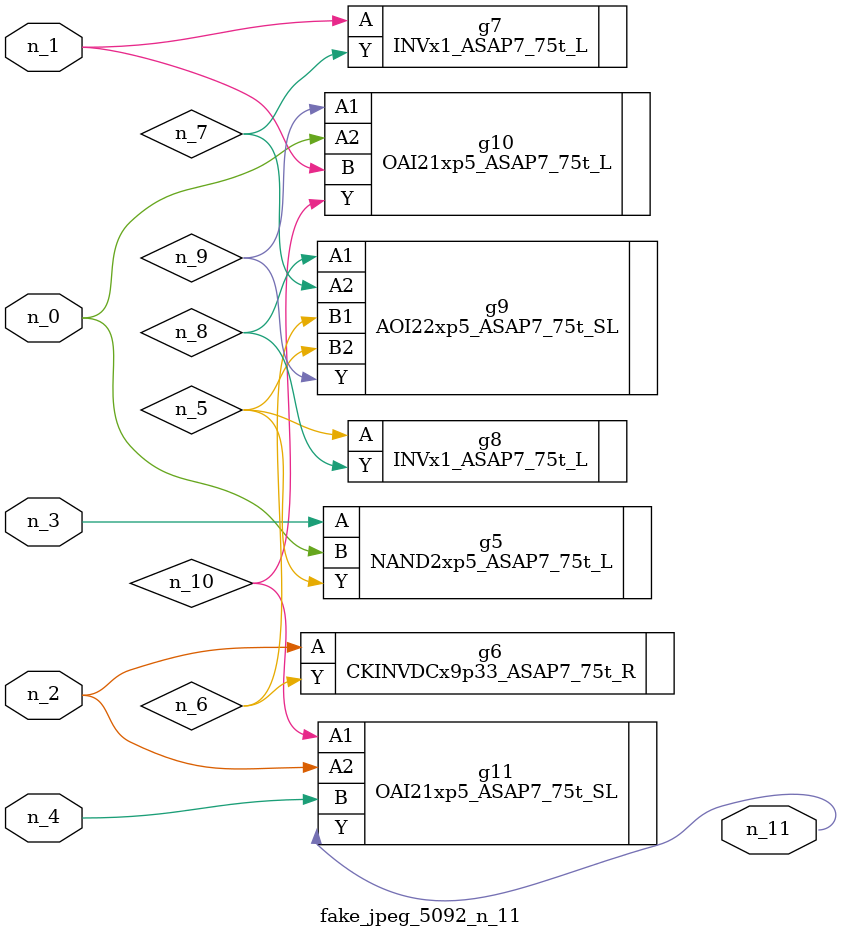
<source format=v>
module fake_jpeg_5092_n_11 (n_3, n_2, n_1, n_0, n_4, n_11);

input n_3;
input n_2;
input n_1;
input n_0;
input n_4;

output n_11;

wire n_10;
wire n_8;
wire n_9;
wire n_6;
wire n_5;
wire n_7;

NAND2xp5_ASAP7_75t_L g5 ( 
.A(n_3),
.B(n_0),
.Y(n_5)
);

CKINVDCx9p33_ASAP7_75t_R g6 ( 
.A(n_2),
.Y(n_6)
);

INVx1_ASAP7_75t_L g7 ( 
.A(n_1),
.Y(n_7)
);

INVx1_ASAP7_75t_L g8 ( 
.A(n_5),
.Y(n_8)
);

AOI22xp5_ASAP7_75t_SL g9 ( 
.A1(n_8),
.A2(n_7),
.B1(n_6),
.B2(n_5),
.Y(n_9)
);

OAI21xp5_ASAP7_75t_L g10 ( 
.A1(n_9),
.A2(n_0),
.B(n_1),
.Y(n_10)
);

OAI21xp5_ASAP7_75t_SL g11 ( 
.A1(n_10),
.A2(n_2),
.B(n_4),
.Y(n_11)
);


endmodule
</source>
